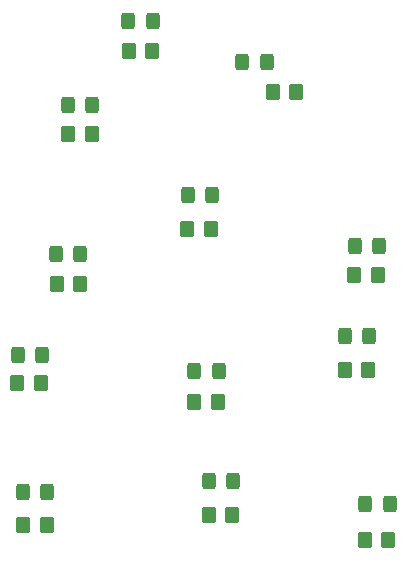
<source format=gts>
G04 #@! TF.GenerationSoftware,KiCad,Pcbnew,7.0.1-0*
G04 #@! TF.CreationDate,2023-08-21T12:14:01+02:00*
G04 #@! TF.ProjectId,ghost,67686f73-742e-46b6-9963-61645f706362,rev?*
G04 #@! TF.SameCoordinates,Original*
G04 #@! TF.FileFunction,Soldermask,Top*
G04 #@! TF.FilePolarity,Negative*
%FSLAX46Y46*%
G04 Gerber Fmt 4.6, Leading zero omitted, Abs format (unit mm)*
G04 Created by KiCad (PCBNEW 7.0.1-0) date 2023-08-21 12:14:01*
%MOMM*%
%LPD*%
G01*
G04 APERTURE LIST*
G04 Aperture macros list*
%AMRoundRect*
0 Rectangle with rounded corners*
0 $1 Rounding radius*
0 $2 $3 $4 $5 $6 $7 $8 $9 X,Y pos of 4 corners*
0 Add a 4 corners polygon primitive as box body*
4,1,4,$2,$3,$4,$5,$6,$7,$8,$9,$2,$3,0*
0 Add four circle primitives for the rounded corners*
1,1,$1+$1,$2,$3*
1,1,$1+$1,$4,$5*
1,1,$1+$1,$6,$7*
1,1,$1+$1,$8,$9*
0 Add four rect primitives between the rounded corners*
20,1,$1+$1,$2,$3,$4,$5,0*
20,1,$1+$1,$4,$5,$6,$7,0*
20,1,$1+$1,$6,$7,$8,$9,0*
20,1,$1+$1,$8,$9,$2,$3,0*%
G04 Aperture macros list end*
%ADD10RoundRect,0.250000X-0.325000X-0.450000X0.325000X-0.450000X0.325000X0.450000X-0.325000X0.450000X0*%
%ADD11RoundRect,0.250000X-0.350000X-0.450000X0.350000X-0.450000X0.350000X0.450000X-0.350000X0.450000X0*%
%ADD12C,0.001000*%
G04 APERTURE END LIST*
D10*
X136815000Y-112160000D03*
X138865000Y-112160000D03*
X136397500Y-100560000D03*
X138447500Y-100560000D03*
D11*
X153330000Y-104620000D03*
X151330000Y-104620000D03*
X164090000Y-101850000D03*
X166090000Y-101850000D03*
X136880000Y-114980000D03*
X138880000Y-114980000D03*
D10*
X145785000Y-72320000D03*
X147835000Y-72320000D03*
D11*
X139700000Y-94580000D03*
X141700000Y-94580000D03*
X140670000Y-81850000D03*
X142670000Y-81850000D03*
X164920000Y-93860000D03*
X166920000Y-93860000D03*
D10*
X151365000Y-101980000D03*
X153415000Y-101980000D03*
D11*
X157980000Y-78330000D03*
X159980000Y-78330000D03*
D10*
X164087500Y-99020000D03*
X166137500Y-99020000D03*
X155437500Y-75820000D03*
X157487500Y-75820000D03*
X152597500Y-111280000D03*
X154647500Y-111280000D03*
D11*
X152570000Y-114180000D03*
X154570000Y-114180000D03*
X150780000Y-89940000D03*
X152780000Y-89940000D03*
D10*
X164935000Y-91360000D03*
X166985000Y-91360000D03*
X139655000Y-92020000D03*
X141705000Y-92020000D03*
D11*
X136350000Y-102970000D03*
X138350000Y-102970000D03*
X165770000Y-116290000D03*
X167770000Y-116290000D03*
D10*
X140667500Y-79430000D03*
X142717500Y-79430000D03*
D11*
X145810000Y-74850000D03*
X147810000Y-74850000D03*
D10*
X150815000Y-87090000D03*
X152865000Y-87090000D03*
X165837500Y-113250000D03*
X167887500Y-113250000D03*
D12*
X169420000Y-105080000D03*
X169420000Y-108080000D03*
M02*

</source>
